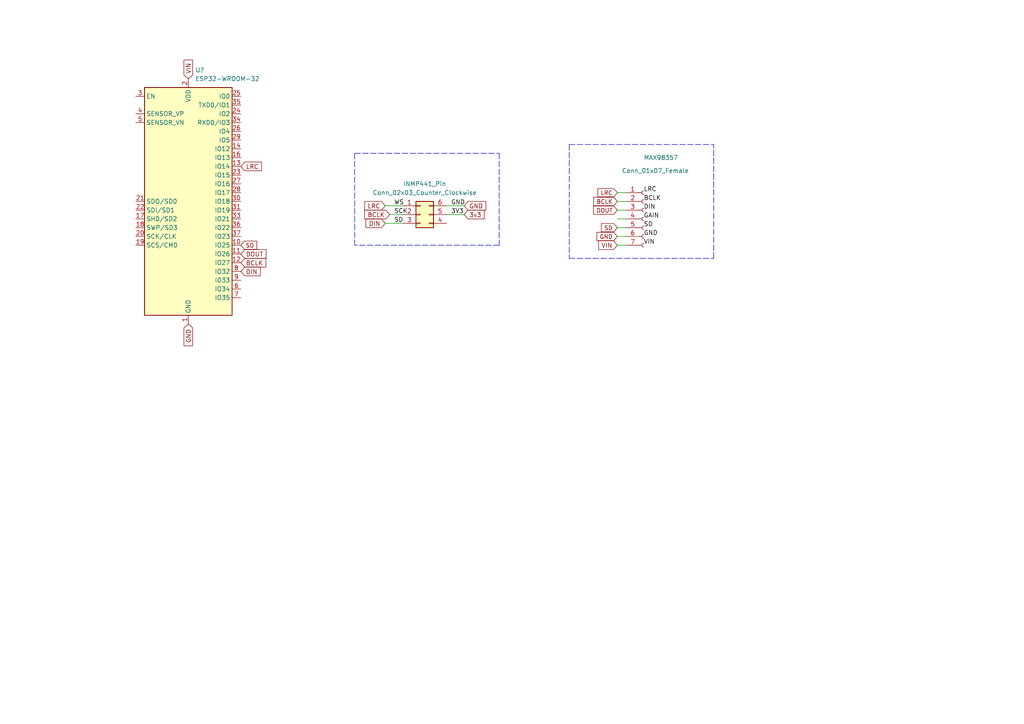
<source format=kicad_sch>
(kicad_sch (version 20211123) (generator eeschema)
  (paper "A4")
  (lib_symbols
    (symbol "Connector:Conn_01x07_Female" (pin_names (offset 1.016) hide)
      (property "Reference" "J" (at 0 10.16 0))
      (property "Value" "Conn_01x07_Female" (at 0 -10.16 0))
      (symbol "Conn_01x07_Female_1_1"
        (arc (start 0 -7.112) (mid -0.508 -7.62) (end 0 -8.128) (stroke (width 0.1524)))
        (arc (start 0 -4.572) (mid -0.508 -5.08) (end 0 -5.588) (stroke (width 0.1524)))
        (arc (start 0 -2.032) (mid -0.508 -2.54) (end 0 -3.048) (stroke (width 0.1524)))
        (polyline (pts (xy -1.27 -7.62) (xy -0.508 -7.62)) (stroke (width 0.1524)))
        (polyline (pts (xy -1.27 -5.08) (xy -0.508 -5.08)) (stroke (width 0.1524)))
        (polyline (pts (xy -1.27 -2.54) (xy -0.508 -2.54)) (stroke (width 0.1524)))
        (polyline (pts (xy -1.27 0) (xy -0.508 0)) (stroke (width 0.1524)))
        (polyline (pts (xy -1.27 2.54) (xy -0.508 2.54)) (stroke (width 0.1524)))
        (polyline (pts (xy -1.27 5.08) (xy -0.508 5.08)) (stroke (width 0.1524)))
        (polyline (pts (xy -1.27 7.62) (xy -0.508 7.62)) (stroke (width 0.1524)))
        (arc (start 0 0.508) (mid -0.508 0) (end 0 -0.508) (stroke (width 0.1524)))
        (arc (start 0 3.048) (mid -0.508 2.54) (end 0 2.032) (stroke (width 0.1524)))
        (arc (start 0 5.588) (mid -0.508 5.08) (end 0 4.572) (stroke (width 0.1524)))
        (arc (start 0 8.128) (mid -0.508 7.62) (end 0 7.112) (stroke (width 0.1524)))
        (pin passive line (at -5.08 7.62 0) (length 3.81) (name "Pin_1") (number "1"))
        (pin passive line (at -5.08 5.08 0) (length 3.81) (name "Pin_2") (number "2"))
        (pin passive line (at -5.08 2.54 0) (length 3.81) (name "Pin_3") (number "3"))
        (pin passive line (at -5.08 0 0) (length 3.81) (name "Pin_4") (number "4"))
        (pin passive line (at -5.08 -2.54 0) (length 3.81) (name "Pin_5") (number "5"))
        (pin passive line (at -5.08 -5.08 0) (length 3.81) (name "Pin_6") (number "6"))
        (pin passive line (at -5.08 -7.62 0) (length 3.81) (name "Pin_7") (number "7"))
      )
    )
    (symbol "Connector_Generic:Conn_02x03_Counter_Clockwise" (pin_names (offset 1.016) hide)
      (property "Reference" "J" (at 1.27 5.08 0))
      (property "Value" "Conn_02x03_Counter_Clockwise" (at 1.27 -5.08 0))
      (symbol "Conn_02x03_Counter_Clockwise_1_1"
        (rectangle (start -1.27 -2.413) (end 0 -2.667) (stroke (width 0.1524)))
        (rectangle (start -1.27 0.127) (end 0 -0.127) (stroke (width 0.1524)))
        (rectangle (start -1.27 2.667) (end 0 2.413) (stroke (width 0.1524)))
        (rectangle (start -1.27 3.81) (end 3.81 -3.81) (stroke (width 0.254)) (fill (type background)))
        (rectangle (start 3.81 -2.413) (end 2.54 -2.667) (stroke (width 0.1524)))
        (rectangle (start 3.81 0.127) (end 2.54 -0.127) (stroke (width 0.1524)))
        (rectangle (start 3.81 2.667) (end 2.54 2.413) (stroke (width 0.1524)))
        (pin passive line (at -5.08 2.54 0) (length 3.81) (name "Pin_1") (number "1"))
        (pin passive line (at -5.08 0 0) (length 3.81) (name "Pin_2") (number "2"))
        (pin passive line (at -5.08 -2.54 0) (length 3.81) (name "Pin_3") (number "3"))
        (pin passive line (at 7.62 -2.54 180) (length 3.81) (name "Pin_4") (number "4"))
        (pin passive line (at 7.62 0 180) (length 3.81) (name "Pin_5") (number "5"))
        (pin passive line (at 7.62 2.54 180) (length 3.81) (name "Pin_6") (number "6"))
      )
    )
    (symbol "RF_Module:ESP32-WROOM-32"
      (property "Reference" "U" (at -12.7 34.29 0))
      (property "Value" "ESP32-WROOM-32" (at 1.27 34.29 0))
      (symbol "ESP32-WROOM-32_0_1"
        (rectangle (start -12.7 33.02) (end 12.7 -33.02) (stroke (width 0.254)) (fill (type background)))
      )
      (symbol "ESP32-WROOM-32_1_1"
        (pin power_in line (at 0 -35.56 90) (length 2.54) (name "GND") (number "1"))
        (pin bidirectional line (at 15.24 -12.7 180) (length 2.54) (name "IO25") (number "10"))
        (pin bidirectional line (at 15.24 -15.24 180) (length 2.54) (name "IO26") (number "11"))
        (pin bidirectional line (at 15.24 -17.78 180) (length 2.54) (name "IO27") (number "12"))
        (pin bidirectional line (at 15.24 10.16 180) (length 2.54) (name "IO14") (number "13"))
        (pin bidirectional line (at 15.24 15.24 180) (length 2.54) (name "IO12") (number "14"))
        (pin passive line (at 0 -35.56 90) (length 2.54) hide (name "GND") (number "15"))
        (pin bidirectional line (at 15.24 12.7 180) (length 2.54) (name "IO13") (number "16"))
        (pin bidirectional line (at -15.24 -5.08 0) (length 2.54) (name "SHD/SD2") (number "17"))
        (pin bidirectional line (at -15.24 -7.62 0) (length 2.54) (name "SWP/SD3") (number "18"))
        (pin bidirectional line (at -15.24 -12.7 0) (length 2.54) (name "SCS/CMD") (number "19"))
        (pin power_in line (at 0 35.56 270) (length 2.54) (name "VDD") (number "2"))
        (pin bidirectional line (at -15.24 -10.16 0) (length 2.54) (name "SCK/CLK") (number "20"))
        (pin bidirectional line (at -15.24 0 0) (length 2.54) (name "SDO/SD0") (number "21"))
        (pin bidirectional line (at -15.24 -2.54 0) (length 2.54) (name "SDI/SD1") (number "22"))
        (pin bidirectional line (at 15.24 7.62 180) (length 2.54) (name "IO15") (number "23"))
        (pin bidirectional line (at 15.24 25.4 180) (length 2.54) (name "IO2") (number "24"))
        (pin bidirectional line (at 15.24 30.48 180) (length 2.54) (name "IO0") (number "25"))
        (pin bidirectional line (at 15.24 20.32 180) (length 2.54) (name "IO4") (number "26"))
        (pin bidirectional line (at 15.24 5.08 180) (length 2.54) (name "IO16") (number "27"))
        (pin bidirectional line (at 15.24 2.54 180) (length 2.54) (name "IO17") (number "28"))
        (pin bidirectional line (at 15.24 17.78 180) (length 2.54) (name "IO5") (number "29"))
        (pin input line (at -15.24 30.48 0) (length 2.54) (name "EN") (number "3"))
        (pin bidirectional line (at 15.24 0 180) (length 2.54) (name "IO18") (number "30"))
        (pin bidirectional line (at 15.24 -2.54 180) (length 2.54) (name "IO19") (number "31"))
        (pin no_connect line (at -12.7 -27.94 0) (length 2.54) hide (name "NC") (number "32"))
        (pin bidirectional line (at 15.24 -5.08 180) (length 2.54) (name "IO21") (number "33"))
        (pin bidirectional line (at 15.24 22.86 180) (length 2.54) (name "RXD0/IO3") (number "34"))
        (pin bidirectional line (at 15.24 27.94 180) (length 2.54) (name "TXD0/IO1") (number "35"))
        (pin bidirectional line (at 15.24 -7.62 180) (length 2.54) (name "IO22") (number "36"))
        (pin bidirectional line (at 15.24 -10.16 180) (length 2.54) (name "IO23") (number "37"))
        (pin passive line (at 0 -35.56 90) (length 2.54) hide (name "GND") (number "38"))
        (pin passive line (at 0 -35.56 90) (length 2.54) hide (name "GND") (number "39"))
        (pin input line (at -15.24 25.4 0) (length 2.54) (name "SENSOR_VP") (number "4"))
        (pin input line (at -15.24 22.86 0) (length 2.54) (name "SENSOR_VN") (number "5"))
        (pin input line (at 15.24 -25.4 180) (length 2.54) (name "IO34") (number "6"))
        (pin input line (at 15.24 -27.94 180) (length 2.54) (name "IO35") (number "7"))
        (pin bidirectional line (at 15.24 -20.32 180) (length 2.54) (name "IO32") (number "8"))
        (pin bidirectional line (at 15.24 -22.86 180) (length 2.54) (name "IO33") (number "9"))
      )
    )
  )
  (wire (pts (xy 129.54 62.23) (xy 134.62 62.23)))
  (polyline (pts (xy 144.78 44.45) (xy 144.78 71.12)))
  (polyline (pts (xy 102.87 44.45) (xy 102.87 71.12)))
  (wire (pts (xy 179.07 63.5) (xy 181.61 63.5)))
  (polyline (pts (xy 144.78 71.12) (xy 102.87 71.12)))
  (wire (pts (xy 179.07 68.58) (xy 181.61 68.58)))
  (wire (pts (xy 129.54 59.69) (xy 134.62 59.69)))
  (wire (pts (xy 179.07 60.96) (xy 181.61 60.96)))
  (polyline (pts (xy 207.01 74.93) (xy 207.01 41.91)))
  (wire (pts (xy 113.03 62.23) (xy 116.84 62.23)))
  (wire (pts (xy 179.07 55.88) (xy 181.61 55.88)))
  (polyline (pts (xy 165.1 74.93) (xy 207.01 74.93)))
  (polyline (pts (xy 165.1 41.91) (xy 207.01 41.91)))
  (wire (pts (xy 179.07 66.04) (xy 181.61 66.04)))
  (polyline (pts (xy 102.87 44.45) (xy 144.78 44.45)))
  (wire (pts (xy 179.07 58.42) (xy 181.61 58.42)))
  (wire (pts (xy 111.76 64.77) (xy 116.84 64.77)))
  (wire (pts (xy 179.07 71.12) (xy 181.61 71.12)))
  (polyline (pts (xy 165.1 41.91) (xy 165.1 74.93)))
  (wire (pts (xy 111.76 59.69) (xy 116.84 59.69)))
  (label "DIN" (at 186.69 60.96 0))
  (label "3V3" (at 130.81 62.23 0))
  (label "GAIN" (at 186.69 63.5 0))
  (label "WS" (at 114.3 59.69 0))
  (label "BCLK" (at 186.69 58.42 0))
  (label "SD" (at 114.3 64.77 0))
  (label "SCK" (at 114.3 62.23 0))
  (label "GND" (at 186.69 68.58 0))
  (label "LRC" (at 186.69 55.88 0))
  (label "GND" (at 130.81 59.69 0))
  (label "SD" (at 186.69 66.04 0))
  (label "VIN" (at 186.69 71.12 0))
  (global_label "BCLK" (shape input) (at 179.07 58.42 180) (effects (font (size 1.2 1.2))) (property "Intersheet References" "${INTERSHEET_REFS}" (effects hide)))
  (global_label "SD" (shape input) (at 179.07 66.04 180) (effects (font (size 1.2 1.2))) (property "Intersheet References" "${INTERSHEET_REFS}" (effects hide)))
  (global_label "BCLK" (shape input) (at 113.03 62.23 180) (property "Intersheet References" "${INTERSHEET_REFS}" (effects hide)))
  (global_label "BCLK" (shape input) (at 69.85 76.2 0) (property "Intersheet References" "${INTERSHEET_REFS}" (effects hide)))
  (global_label "DIN" (shape input) (at 111.76 64.77 180) (property "Intersheet References" "${INTERSHEET_REFS}" (effects hide)))
  (global_label "DOUT" (shape input) (at 69.85 73.66 0) (property "Intersheet References" "${INTERSHEET_REFS}" (effects hide)))
  (global_label "DOUT" (shape input) (at 179.07 60.96 180) (effects (font (size 1.2 1.2))) (property "Intersheet References" "${INTERSHEET_REFS}" (effects hide)))
  (global_label "LRC" (shape input) (at 69.85 48.26 0) (property "Intersheet References" "${INTERSHEET_REFS}" (effects hide)))
  (global_label "LRC" (shape input) (at 179.07 55.88 180) (effects (font (size 1.2 1.2))) (property "Intersheet References" "${INTERSHEET_REFS}" (effects hide)))
  (global_label "VIN" (shape input) (at 179.07 71.12 180) (property "Intersheet References" "${INTERSHEET_REFS}" (effects hide)))
  (global_label "SD" (shape input) (at 69.85 71.12 0) (effects (font (size 1.2 1.2))) (property "Intersheet References" "${INTERSHEET_REFS}" (effects hide)))
  (global_label "GND" (shape input) (at 134.62 59.69 0) (property "Intersheet References" "${INTERSHEET_REFS}" (effects hide)))
  (global_label "DIN" (shape input) (at 69.85 78.74 0) (property "Intersheet References" "${INTERSHEET_REFS}" (effects hide)))
  (global_label "LRC" (shape input) (at 111.76 59.69 180) (property "Intersheet References" "${INTERSHEET_REFS}" (effects hide)))
  (global_label "GND" (shape input) (at 54.61 93.98 270) (property "Intersheet References" "${INTERSHEET_REFS}" (effects hide)))
  (global_label "GND" (shape input) (at 179.07 68.58 180) (effects (font (size 1.2 1.2))) (property "Intersheet References" "${INTERSHEET_REFS}" (effects hide)))
  (global_label "3v3" (shape input) (at 134.62 62.23 0) (property "Intersheet References" "${INTERSHEET_REFS}" (effects hide)))
  (global_label "VIN" (shape input) (at 54.61 22.86 90) (property "Intersheet References" "${INTERSHEET_REFS}" (effects hide)))
  (symbol (lib_id "RF_Module:ESP32-WROOM-32") (at 54.61 58.42 0) (unit 1)
    (property "Reference" "U?" (at 56.6294 20.32 0) (effects (justify left)))
    (property "Value" "ESP32-WROOM-32" (at 56.6294 22.86 0) (effects (justify left)))
    (property "Footprint" "RF_Module:ESP32-WROOM-32" (effects hide))
    (property "Datasheet" "https://www.espressif.com/sites/default/files/documentation/esp32-wroom-32_datasheet_en.pdf" (effects hide))
  )
  (symbol (lib_id "Connector_Generic:Conn_02x03_Counter_Clockwise") (at 121.92 62.23 0) (unit 1)
    (property "Reference" "INMP441_Pin" (at 123.19 53.34 0))
    (property "Value" "Conn_02x03_Counter_Clockwise" (at 123.19 55.88 0))
  )
  (symbol (lib_id "Connector:Conn_01x07_Female") (at 186.69 63.5 0) (unit 1)
    (property "Reference" "MAX98357" (at 186.69 45.72 0) (effects (justify left)))
    (property "Value" "Conn_01x07_Female" (at 180.34 49.53 0) (effects (justify left)))
    (property "Footprint" "Connector_Wire:SolderWire-0.25sqmm_1x02_P4.5mm_D0.65mm_OD2mm" (effects hide))
  )
)
</source>
